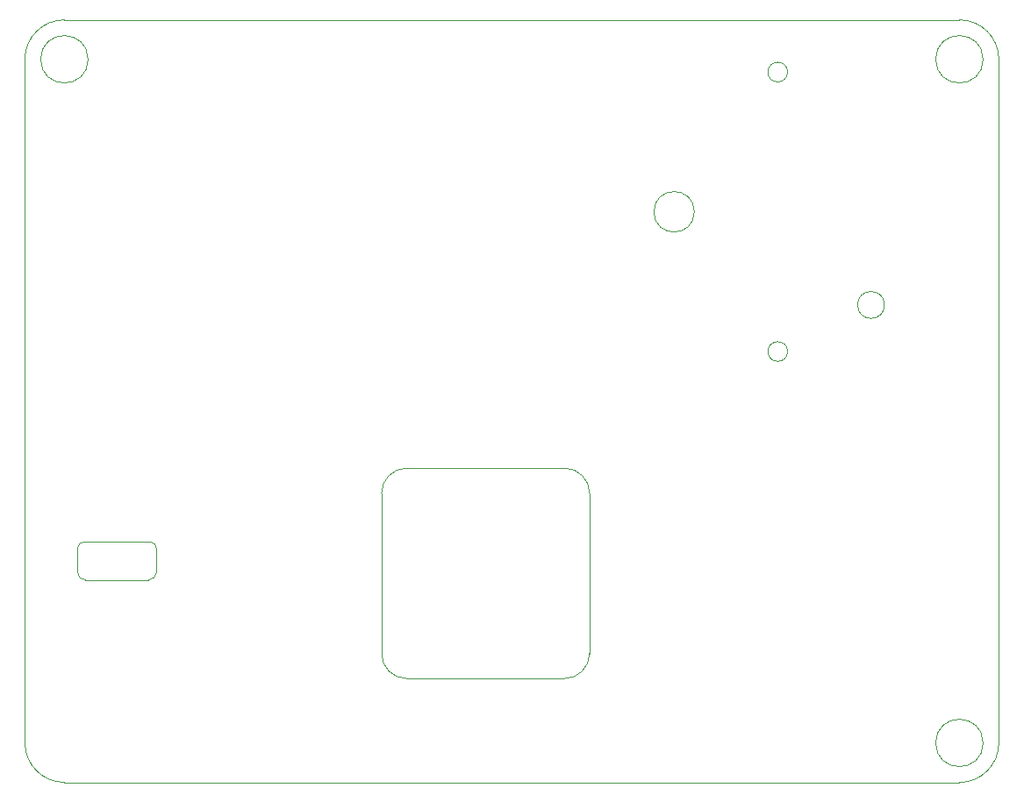
<source format=gbr>
%TF.GenerationSoftware,KiCad,Pcbnew,7.0.10*%
%TF.CreationDate,2024-02-05T19:05:00-08:00*%
%TF.ProjectId,pcb_lab,7063625f-6c61-4622-9e6b-696361645f70,rev?*%
%TF.SameCoordinates,Original*%
%TF.FileFunction,Profile,NP*%
%FSLAX46Y46*%
G04 Gerber Fmt 4.6, Leading zero omitted, Abs format (unit mm)*
G04 Created by KiCad (PCBNEW 7.0.10) date 2024-02-05 19:05:00*
%MOMM*%
%LPD*%
G01*
G04 APERTURE LIST*
%TA.AperFunction,Profile*%
%ADD10C,0.100000*%
%TD*%
%TA.AperFunction,Profile*%
%ADD11C,0.050000*%
%TD*%
G04 APERTURE END LIST*
D10*
X82296000Y-48260000D02*
G75*
G03*
X77724000Y-48260000I-2286000J0D01*
G01*
X77724000Y-48260000D02*
G75*
G03*
X82296000Y-48260000I2286000J0D01*
G01*
X88900000Y-97790000D02*
X88900000Y-95504000D01*
X110617000Y-90170000D02*
X110617000Y-105664000D01*
X130683000Y-90170000D02*
G75*
G03*
X128270000Y-87757000I-2413000J0D01*
G01*
X80010000Y-118110000D02*
X166370000Y-118110000D01*
X110617000Y-105664000D02*
G75*
G03*
X113030000Y-108077000I2413000J0D01*
G01*
X166370000Y-118110000D02*
G75*
G03*
X170180000Y-114300000I0J3810000D01*
G01*
X88265000Y-94869000D02*
X81915000Y-94869000D01*
X170180000Y-48260000D02*
G75*
G03*
X166370000Y-44450000I-3810000J0D01*
G01*
X88900000Y-95504000D02*
G75*
G03*
X88265000Y-94869000I-635000J0D01*
G01*
X81915000Y-94869000D02*
G75*
G03*
X81280000Y-95504000I0J-635000D01*
G01*
X128270000Y-108077000D02*
G75*
G03*
X130683000Y-105664000I0J2413000D01*
G01*
X130683000Y-105664000D02*
X130683000Y-90170000D01*
X80010000Y-44450000D02*
G75*
G03*
X76200000Y-48260000I0J-3810000D01*
G01*
X168656000Y-114300000D02*
G75*
G03*
X164084000Y-114300000I-2286000J0D01*
G01*
X164084000Y-114300000D02*
G75*
G03*
X168656000Y-114300000I2286000J0D01*
G01*
X170180000Y-48260000D02*
X170180000Y-114300000D01*
X76200001Y-114300000D02*
G75*
G03*
X80010000Y-118109999I3837099J27100D01*
G01*
X168656000Y-48260000D02*
G75*
G03*
X164084000Y-48260000I-2286000J0D01*
G01*
X164084000Y-48260000D02*
G75*
G03*
X168656000Y-48260000I2286000J0D01*
G01*
X76200000Y-114300000D02*
X76200000Y-48260000D01*
X80010000Y-44450000D02*
X166370000Y-44450000D01*
X113030000Y-87757000D02*
G75*
G03*
X110617000Y-90170000I0J-2413000D01*
G01*
X88138000Y-98552000D02*
G75*
G03*
X88900000Y-97790000I0J762000D01*
G01*
X81280000Y-97790000D02*
G75*
G03*
X82042000Y-98552000I762000J0D01*
G01*
X81280000Y-95504000D02*
X81280000Y-97790000D01*
X128270000Y-87757000D02*
X113030000Y-87757000D01*
X82042000Y-98552000D02*
X88138000Y-98552000D01*
X113030000Y-108077000D02*
X128270000Y-108077000D01*
D11*
%TO.C,M1*%
X149794000Y-76492000D02*
G75*
G03*
X147894000Y-76492000I-950000J0D01*
G01*
X147894000Y-76492000D02*
G75*
G03*
X149794000Y-76492000I950000J0D01*
G01*
X159144000Y-71992000D02*
G75*
G03*
X156544000Y-71992000I-1300000J0D01*
G01*
X156544000Y-71992000D02*
G75*
G03*
X159144000Y-71992000I1300000J0D01*
G01*
X140794000Y-62992000D02*
G75*
G03*
X136894000Y-62992000I-1950000J0D01*
G01*
X136894000Y-62992000D02*
G75*
G03*
X140794000Y-62992000I1950000J0D01*
G01*
X149794000Y-49492000D02*
G75*
G03*
X147894000Y-49492000I-950000J0D01*
G01*
X147894000Y-49492000D02*
G75*
G03*
X149794000Y-49492000I950000J0D01*
G01*
%TD*%
M02*

</source>
